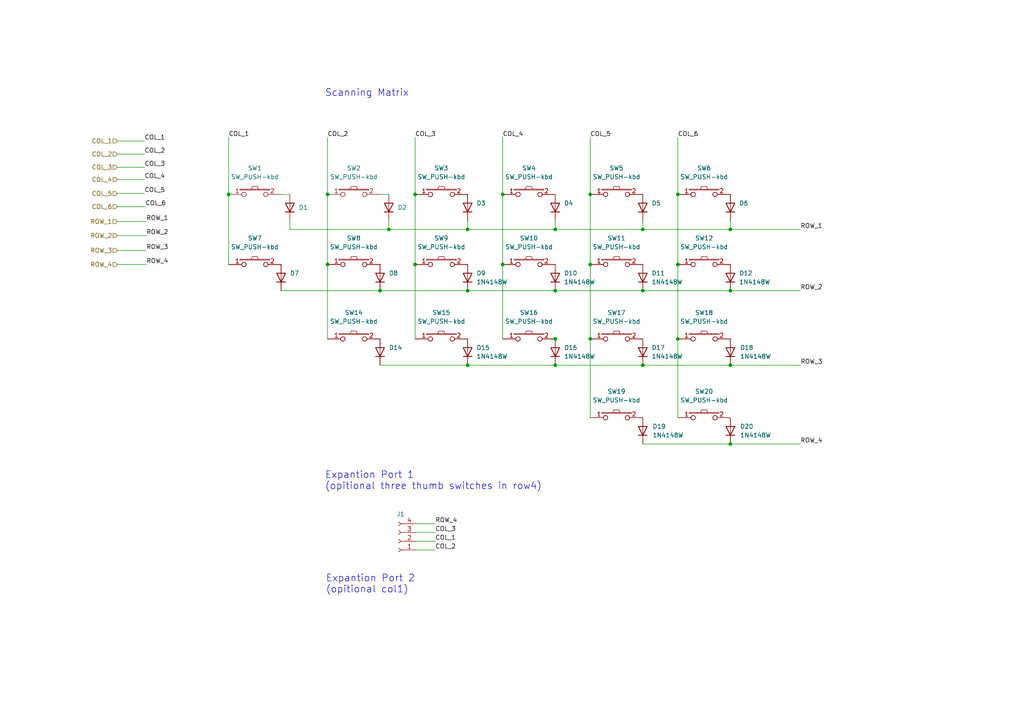
<source format=kicad_sch>
(kicad_sch (version 20211123) (generator eeschema)
  (paper "A4")
  (lib_symbols
    (symbol "Connector:Conn_01x04_Female" (pin_names (offset 1.016) hide)
      (property "Reference" "J" (at 0 5.08 0))
      (property "Value" "Conn_01x04_Female" (at 0 -7.62 0))
      (symbol "Conn_01x04_Female_1_1"
        (arc (start 0 -4.572) (mid -0.508 -5.08) (end 0 -5.588) (stroke (width 0.1524)))
        (arc (start 0 -2.032) (mid -0.508 -2.54) (end 0 -3.048) (stroke (width 0.1524)))
        (polyline (pts (xy -1.27 -5.08) (xy -0.508 -5.08)) (stroke (width 0.1524)))
        (polyline (pts (xy -1.27 -2.54) (xy -0.508 -2.54)) (stroke (width 0.1524)))
        (polyline (pts (xy -1.27 0) (xy -0.508 0)) (stroke (width 0.1524)))
        (polyline (pts (xy -1.27 2.54) (xy -0.508 2.54)) (stroke (width 0.1524)))
        (arc (start 0 0.508) (mid -0.508 0) (end 0 -0.508) (stroke (width 0.1524)))
        (arc (start 0 3.048) (mid -0.508 2.54) (end 0 2.032) (stroke (width 0.1524)))
        (pin passive line (at -5.08 2.54 0) (length 3.81) (name "Pin_1") (number "1"))
        (pin passive line (at -5.08 0 0) (length 3.81) (name "Pin_2") (number "2"))
        (pin passive line (at -5.08 -2.54 0) (length 3.81) (name "Pin_3") (number "3"))
        (pin passive line (at -5.08 -5.08 0) (length 3.81) (name "Pin_4") (number "4"))
      )
    )
    (symbol "mysymbol:1N4148W" (pin_numbers hide) (pin_names (offset 1.016) hide)
      (property "Reference" "D?" (at 2.54 1.2701 90))
      (symbol "1N4148W_0_1"
        (polyline (pts (xy -1.27 1.27) (xy -1.27 -1.27)) (stroke (width 0.254)))
        (polyline (pts (xy 1.27 0) (xy -1.27 0)))
        (polyline (pts (xy 1.27 1.27) (xy 1.27 -1.27) (xy -1.27 0) (xy 1.27 1.27)) (stroke (width 0.254)))
      )
      (symbol "1N4148W_1_1"
        (pin passive line (at -3.81 0 0) (length 2.54) (name "K") (number "1"))
        (pin passive line (at 3.81 0 180) (length 2.54) (name "A") (number "2"))
      )
    )
    (symbol "mysymbol:SW_PUSH-kbd" (pin_names (offset 1.016) hide)
      (property "Reference" "SW1" (at 3.81 2.794 0))
      (symbol "SW_PUSH-kbd_0_1"
        (rectangle (start -4.318 1.27) (end 4.318 1.524))
        (polyline (pts (xy -1.016 1.524) (xy -0.762 2.286) (xy 0.762 2.286) (xy 1.016 1.524)))
        (pin passive inverted (at -7.62 0 0) (length 5.08) (name "1") (number "1"))
        (pin passive inverted (at 7.62 0 180) (length 5.08) (name "2") (number "2"))
      )
    )
  )
  (junction (at 135.636 66.548))
  (junction (at 94.996 56.388))
  (junction (at 171.196 98.298))
  (junction (at 196.596 76.708))
  (junction (at 112.776 66.548))
  (junction (at 145.796 56.388))
  (junction (at 211.836 105.918))
  (junction (at 161.036 98.298))
  (junction (at 171.196 56.388))
  (junction (at 120.396 56.388))
  (junction (at 120.396 76.708))
  (junction (at 135.636 84.328))
  (junction (at 135.636 105.918))
  (junction (at 171.196 76.708))
  (junction (at 196.596 98.298))
  (junction (at 94.996 76.708))
  (junction (at 211.836 66.548))
  (junction (at 211.836 84.328))
  (junction (at 161.036 84.328))
  (junction (at 66.294 56.388))
  (junction (at 161.036 105.918))
  (junction (at 145.796 76.708))
  (junction (at 186.436 105.918))
  (junction (at 186.436 66.548))
  (junction (at 110.236 84.328))
  (junction (at 186.436 84.328))
  (junction (at 161.036 66.548))
  (junction (at 211.836 128.778))
  (junction (at 196.596 56.388))
  (wire (pts (xy 120.396 76.708) (xy 120.396 98.298)))
  (wire (pts (xy 145.796 76.708) (xy 145.796 98.298)))
  (wire (pts (xy 161.036 105.918) (xy 186.436 105.918)))
  (wire (pts (xy 81.534 84.328) (xy 110.236 84.328)))
  (wire (pts (xy 171.196 98.298) (xy 171.196 121.158)))
  (wire (pts (xy 135.636 84.328) (xy 161.036 84.328)))
  (wire (pts (xy 186.436 66.548) (xy 211.836 66.548)))
  (wire (pts (xy 94.996 56.388) (xy 94.996 76.708)))
  (wire (pts (xy 110.236 84.328) (xy 135.636 84.328)))
  (wire (pts (xy 186.436 128.778) (xy 211.836 128.778)))
  (wire (pts (xy 211.836 64.008) (xy 211.836 66.548)))
  (wire (pts (xy 211.836 66.548) (xy 232.156 66.548)))
  (wire (pts (xy 161.036 64.008) (xy 161.036 66.548)))
  (wire (pts (xy 161.036 84.328) (xy 186.436 84.328)))
  (wire (pts (xy 34.036 44.704) (xy 41.91 44.704)))
  (wire (pts (xy 34.036 68.326) (xy 42.418 68.326)))
  (wire (pts (xy 120.65 159.512) (xy 126.238 159.512)))
  (wire (pts (xy 34.036 64.262) (xy 42.418 64.262)))
  (wire (pts (xy 211.836 128.778) (xy 232.156 128.778)))
  (wire (pts (xy 211.836 105.918) (xy 232.156 105.918)))
  (wire (pts (xy 211.836 84.328) (xy 232.156 84.328)))
  (wire (pts (xy 94.996 39.878) (xy 94.996 56.388)))
  (wire (pts (xy 34.036 48.514) (xy 41.91 48.514)))
  (wire (pts (xy 120.396 56.388) (xy 120.396 76.708)))
  (wire (pts (xy 186.436 105.918) (xy 211.836 105.918)))
  (wire (pts (xy 161.036 66.548) (xy 186.436 66.548)))
  (wire (pts (xy 196.596 39.878) (xy 196.596 56.388)))
  (wire (pts (xy 110.236 56.388) (xy 112.776 56.388)))
  (wire (pts (xy 145.796 56.388) (xy 145.796 76.708)))
  (wire (pts (xy 196.596 56.388) (xy 196.596 76.708)))
  (wire (pts (xy 196.596 76.708) (xy 196.596 98.298)))
  (wire (pts (xy 135.636 105.918) (xy 161.036 105.918)))
  (wire (pts (xy 171.196 76.708) (xy 171.196 98.298)))
  (wire (pts (xy 110.236 105.918) (xy 135.636 105.918)))
  (wire (pts (xy 66.294 39.878) (xy 66.294 56.388)))
  (wire (pts (xy 84.074 64.008) (xy 84.074 66.548)))
  (wire (pts (xy 34.036 40.894) (xy 41.91 40.894)))
  (wire (pts (xy 120.65 151.892) (xy 126.238 151.892)))
  (wire (pts (xy 34.036 76.708) (xy 42.418 76.708)))
  (wire (pts (xy 81.534 56.388) (xy 84.074 56.388)))
  (wire (pts (xy 84.074 66.548) (xy 112.776 66.548)))
  (wire (pts (xy 34.036 56.134) (xy 41.91 56.134)))
  (wire (pts (xy 186.436 64.008) (xy 186.436 66.548)))
  (wire (pts (xy 159.766 98.298) (xy 161.036 98.298)))
  (wire (pts (xy 34.036 59.944) (xy 42.164 59.944)))
  (wire (pts (xy 34.036 52.07) (xy 41.91 52.07)))
  (wire (pts (xy 120.65 156.972) (xy 126.238 156.972)))
  (wire (pts (xy 94.996 76.708) (xy 94.996 98.298)))
  (wire (pts (xy 186.436 84.328) (xy 211.836 84.328)))
  (wire (pts (xy 112.776 64.008) (xy 112.776 66.548)))
  (wire (pts (xy 196.596 98.298) (xy 196.596 121.158)))
  (wire (pts (xy 145.796 39.878) (xy 145.796 56.388)))
  (wire (pts (xy 66.294 56.388) (xy 66.294 76.708)))
  (wire (pts (xy 112.776 66.548) (xy 135.636 66.548)))
  (wire (pts (xy 171.196 56.388) (xy 171.196 76.708)))
  (wire (pts (xy 34.036 72.644) (xy 42.418 72.644)))
  (wire (pts (xy 135.636 66.548) (xy 161.036 66.548)))
  (wire (pts (xy 120.65 154.432) (xy 126.238 154.432)))
  (wire (pts (xy 120.396 39.878) (xy 120.396 56.388)))
  (wire (pts (xy 171.196 39.878) (xy 171.196 56.388)))
  (wire (pts (xy 135.636 64.008) (xy 135.636 66.548)))
  (text "Scanning Matrix" (at 94.234 28.194 0) (effects (font (size 2 2)) (justify left bottom)))
  (text "Expantion Port 2\n(opitional col1)" (at 94.488 172.212 0) (effects (font (size 2 2)) (justify left bottom)))
  (text "Expantion Port 1\n(opitional three thumb switches in row4)" (at 94.234 142.24 0) (effects (font (size 2 2)) (justify left bottom)))
  (label "COL_2" (at 94.996 39.878 0))
  (label "COL_1" (at 126.238 156.972 0))
  (label "ROW_3" (at 42.418 72.644 0))
  (label "COL_2" (at 41.91 44.704 0))
  (label "COL_6" (at 196.596 39.878 0))
  (label "ROW_3" (at 232.156 105.918 0))
  (label "ROW_1" (at 42.418 64.262 0))
  (label "COL_5" (at 171.196 39.878 0))
  (label "ROW_4" (at 42.418 76.708 0))
  (label "COL_4" (at 145.796 39.878 0))
  (label "COL_3" (at 120.396 39.878 0))
  (label "ROW_2" (at 232.156 84.328 0))
  (label "COL_1" (at 41.91 40.894 0))
  (label "COL_4" (at 41.91 52.07 0))
  (label "COL_2" (at 126.238 159.512 0))
  (label "COL_6" (at 42.164 59.944 0))
  (label "ROW_4" (at 126.238 151.892 0))
  (label "COL_3" (at 126.238 154.432 0))
  (label "ROW_1" (at 232.156 66.548 0))
  (label "COL_3" (at 41.91 48.514 0))
  (label "ROW_4" (at 232.156 128.778 0))
  (label "COL_1" (at 66.294 39.878 0))
  (label "ROW_2" (at 42.418 68.326 0))
  (label "COL_5" (at 41.91 56.134 0))
  (hierarchical_label "COL_2" (shape input) (at 34.036 44.704 180))
  (hierarchical_label "ROW_3" (shape input) (at 34.036 72.644 180))
  (hierarchical_label "COL_5" (shape input) (at 34.036 56.134 180))
  (hierarchical_label "ROW_2" (shape input) (at 34.036 68.326 180))
  (hierarchical_label "COL_4" (shape input) (at 34.036 52.07 180))
  (hierarchical_label "COL_6" (shape input) (at 34.036 59.944 180))
  (hierarchical_label "COL_1" (shape input) (at 34.036 40.894 180))
  (hierarchical_label "ROW_4" (shape input) (at 34.036 76.708 180))
  (hierarchical_label "ROW_1" (shape input) (at 34.036 64.262 180))
  (hierarchical_label "COL_3" (shape input) (at 34.036 48.514 180))
  (symbol (lib_id "mysymbol:SW_PUSH-kbd") (at 204.216 76.708 0) (unit 1)
    (property "Reference" "SW12" (at 204.216 69.088 0))
    (property "Value" "SW_PUSH-kbd" (at 204.216 71.628 0))
    (property "Footprint" "mylib:Kailh_Choc_Hotplug" (effects hide))
  )
  (symbol (lib_id "mysymbol:1N4148W") (at 161.036 80.518 90) (unit 1)
    (property "Reference" "D10" (at 163.576 79.2479 90) (effects (justify right)))
    (property "Value" "1N4148W" (at 163.576 81.7879 90) (effects (justify right)))
    (property "Footprint" "mylib:Diode" (effects hide))
    (property "Datasheet" "https://www.vishay.com/docs/85748/1n4148w.pdf" (effects hide))
  )
  (symbol (lib_id "mysymbol:SW_PUSH-kbd") (at 128.016 56.388 0) (unit 1)
    (property "Reference" "SW3" (at 128.016 48.768 0))
    (property "Value" "SW_PUSH-kbd" (at 128.016 51.308 0))
    (property "Footprint" "mylib:Kailh_Choc_Hotplug" (effects hide))
  )
  (symbol (lib_id "mysymbol:SW_PUSH-kbd") (at 128.016 76.708 0) (unit 1)
    (property "Reference" "SW9" (at 128.016 69.088 0))
    (property "Value" "SW_PUSH-kbd" (at 128.016 71.628 0))
    (property "Footprint" "mylib:Kailh_Choc_Hotplug" (effects hide))
  )
  (symbol (lib_id "mysymbol:SW_PUSH-kbd") (at 204.216 98.298 0) (unit 1)
    (property "Reference" "SW18" (at 204.216 90.678 0))
    (property "Value" "SW_PUSH-kbd" (at 204.216 93.218 0))
    (property "Footprint" "mylib:Kailh_Choc_Hotplug" (effects hide))
  )
  (symbol (lib_id "mysymbol:1N4148W") (at 161.036 102.108 90) (unit 1)
    (property "Reference" "D16" (at 163.576 100.8379 90) (effects (justify right)))
    (property "Value" "1N4148W" (at 163.576 103.3779 90) (effects (justify right)))
    (property "Footprint" "mylib:Diode" (effects hide))
    (property "Datasheet" "https://www.vishay.com/docs/85748/1n4148w.pdf" (effects hide))
  )
  (symbol (lib_id "Connector:Conn_01x04_Female") (at 115.57 156.972 180) (unit 1) (in_bom no)
    (property "Reference" "J1" (at 116.205 149.098 0))
    (property "Value" "expantion1" (effects hide))
    (property "Footprint" "mylib:Magnetic-PogoPin-1x04-Female" (effects hide))
  )
  (symbol (lib_id "mysymbol:SW_PUSH-kbd") (at 204.216 121.158 0) (unit 1)
    (property "Reference" "SW20" (at 204.216 113.538 0))
    (property "Value" "SW_PUSH-kbd" (at 204.216 116.078 0))
    (property "Footprint" "mylib:Kailh_Choc_Hotplug" (effects hide))
  )
  (symbol (lib_id "mysymbol:1N4148W") (at 211.836 124.968 90) (unit 1)
    (property "Reference" "D20" (at 214.63 123.6979 90) (effects (justify right)))
    (property "Value" "1N4148W" (at 214.63 126.2379 90) (effects (justify right)))
    (property "Footprint" "mylib:Diode" (effects hide))
    (property "Datasheet" "https://www.vishay.com/docs/85748/1n4148w.pdf" (effects hide))
  )
  (symbol (lib_id "mysymbol:1N4148W") (at 84.074 60.198 90) (unit 1)
    (property "Reference" "D1" (at 86.614 60.1979 90) (effects (justify right)))
    (property "Value" "1N4148W" (effects hide))
    (property "Footprint" "mylib:Diode" (effects hide))
    (property "Datasheet" "https://www.vishay.com/docs/85748/1n4148w.pdf" (effects hide))
  )
  (symbol (lib_id "mysymbol:SW_PUSH-kbd") (at 153.416 76.708 0) (unit 1)
    (property "Reference" "SW10" (at 153.416 69.088 0))
    (property "Value" "SW_PUSH-kbd" (at 153.416 71.628 0))
    (property "Footprint" "mylib:Kailh_Choc_Hotplug" (effects hide))
  )
  (symbol (lib_id "mysymbol:SW_PUSH-kbd") (at 102.616 98.298 0) (unit 1)
    (property "Reference" "SW14" (at 102.616 90.678 0))
    (property "Value" "SW_PUSH-kbd" (at 102.616 93.218 0))
    (property "Footprint" "mylib:Kailh_Choc_Hotplug" (effects hide))
  )
  (symbol (lib_id "mysymbol:SW_PUSH-kbd") (at 178.816 56.388 0) (unit 1)
    (property "Reference" "SW5" (at 178.816 48.768 0))
    (property "Value" "SW_PUSH-kbd" (at 178.816 51.308 0))
    (property "Footprint" "mylib:Kailh_Choc_Hotplug" (effects hide))
  )
  (symbol (lib_id "mysymbol:1N4148W") (at 186.436 80.518 90) (unit 1)
    (property "Reference" "D11" (at 188.976 79.2479 90) (effects (justify right)))
    (property "Value" "1N4148W" (at 188.976 81.7879 90) (effects (justify right)))
    (property "Footprint" "mylib:Diode" (effects hide))
    (property "Datasheet" "https://www.vishay.com/docs/85748/1n4148w.pdf" (effects hide))
  )
  (symbol (lib_id "mysymbol:1N4148W") (at 135.636 102.108 90) (unit 1)
    (property "Reference" "D15" (at 138.176 100.8379 90) (effects (justify right)))
    (property "Value" "1N4148W" (at 138.176 103.3779 90) (effects (justify right)))
    (property "Footprint" "mylib:Diode" (effects hide))
    (property "Datasheet" "https://www.vishay.com/docs/85748/1n4148w.pdf" (effects hide))
  )
  (symbol (lib_id "mysymbol:1N4148W") (at 110.236 102.108 90) (unit 1)
    (property "Reference" "D14" (at 112.776 100.8379 90) (effects (justify right)))
    (property "Value" "1N4148W" (effects hide))
    (property "Footprint" "mylib:Diode" (effects hide))
    (property "Datasheet" "https://www.vishay.com/docs/85748/1n4148w.pdf" (effects hide))
  )
  (symbol (lib_id "mysymbol:1N4148W") (at 81.534 80.518 90) (unit 1)
    (property "Reference" "D7" (at 84.074 79.2479 90) (effects (justify right)))
    (property "Value" "1N4148W" (effects hide))
    (property "Footprint" "mylib:Diode" (effects hide))
    (property "Datasheet" "https://www.vishay.com/docs/85748/1n4148w.pdf" (effects hide))
  )
  (symbol (lib_id "mysymbol:1N4148W") (at 110.236 80.518 90) (unit 1)
    (property "Reference" "D8" (at 112.776 79.2479 90) (effects (justify right)))
    (property "Value" "1N4148W" (effects hide))
    (property "Footprint" "mylib:Diode" (effects hide))
    (property "Datasheet" "https://www.vishay.com/docs/85748/1n4148w.pdf" (effects hide))
  )
  (symbol (lib_id "mysymbol:SW_PUSH-kbd") (at 153.416 56.388 0) (unit 1)
    (property "Reference" "SW4" (at 153.416 48.768 0))
    (property "Value" "SW_PUSH-kbd" (at 153.416 51.308 0))
    (property "Footprint" "mylib:Kailh_Choc_Hotplug" (effects hide))
  )
  (symbol (lib_id "mysymbol:SW_PUSH-kbd") (at 204.216 56.388 0) (unit 1)
    (property "Reference" "SW6" (at 204.216 48.768 0))
    (property "Value" "SW_PUSH-kbd" (at 204.216 51.308 0))
    (property "Footprint" "mylib:Kailh_Choc_Hotplug" (effects hide))
  )
  (symbol (lib_id "mysymbol:1N4148W") (at 161.036 60.198 90) (unit 1)
    (property "Reference" "D4" (at 163.576 58.9279 90) (effects (justify right)))
    (property "Value" "1N4148W" (effects hide))
    (property "Footprint" "mylib:Diode" (effects hide))
    (property "Datasheet" "https://www.vishay.com/docs/85748/1n4148w.pdf" (effects hide))
  )
  (symbol (lib_id "mysymbol:1N4148W") (at 112.776 60.198 90) (unit 1)
    (property "Reference" "D2" (at 115.316 60.1979 90) (effects (justify right)))
    (property "Value" "1N4148W" (effects hide))
    (property "Footprint" "mylib:Diode" (effects hide))
    (property "Datasheet" "https://www.vishay.com/docs/85748/1n4148w.pdf" (effects hide))
  )
  (symbol (lib_id "mysymbol:1N4148W") (at 135.636 60.198 90) (unit 1)
    (property "Reference" "D3" (at 138.176 58.9279 90) (effects (justify right)))
    (property "Value" "1N4148W" (effects hide))
    (property "Footprint" "mylib:Diode" (effects hide))
    (property "Datasheet" "https://www.vishay.com/docs/85748/1n4148w.pdf" (effects hide))
  )
  (symbol (lib_id "mysymbol:SW_PUSH-kbd") (at 128.016 98.298 0) (unit 1)
    (property "Reference" "SW15" (at 128.016 90.678 0))
    (property "Value" "SW_PUSH-kbd" (at 128.016 93.218 0))
    (property "Footprint" "mylib:Kailh_Choc_Hotplug" (effects hide))
  )
  (symbol (lib_id "mysymbol:1N4148W") (at 186.436 102.108 90) (unit 1)
    (property "Reference" "D17" (at 188.976 100.8379 90) (effects (justify right)))
    (property "Value" "1N4148W" (at 188.976 103.3779 90) (effects (justify right)))
    (property "Footprint" "mylib:Diode" (effects hide))
    (property "Datasheet" "https://www.vishay.com/docs/85748/1n4148w.pdf" (effects hide))
  )
  (symbol (lib_id "mysymbol:SW_PUSH-kbd") (at 153.416 98.298 0) (unit 1)
    (property "Reference" "SW16" (at 153.416 90.678 0))
    (property "Value" "SW_PUSH-kbd" (at 153.416 93.218 0))
    (property "Footprint" "mylib:Kailh_Choc_Hotplug" (effects hide))
  )
  (symbol (lib_id "mysymbol:SW_PUSH-kbd") (at 102.616 56.388 0) (unit 1)
    (property "Reference" "SW2" (at 102.616 48.768 0))
    (property "Value" "SW_PUSH-kbd" (at 102.616 51.308 0))
    (property "Footprint" "mylib:Kailh_Choc_Hotplug" (effects hide))
  )
  (symbol (lib_id "mysymbol:SW_PUSH-kbd") (at 102.616 76.708 0) (unit 1)
    (property "Reference" "SW8" (at 102.616 69.088 0))
    (property "Value" "SW_PUSH-kbd" (at 102.616 71.628 0))
    (property "Footprint" "mylib:Kailh_Choc_Hotplug" (effects hide))
  )
  (symbol (lib_id "mysymbol:SW_PUSH-kbd") (at 178.816 76.708 0) (unit 1)
    (property "Reference" "SW11" (at 178.816 69.088 0))
    (property "Value" "SW_PUSH-kbd" (at 178.816 71.628 0))
    (property "Footprint" "mylib:Kailh_Choc_Hotplug" (effects hide))
  )
  (symbol (lib_id "mysymbol:1N4148W") (at 211.836 80.518 90) (unit 1)
    (property "Reference" "D12" (at 214.376 79.2479 90) (effects (justify right)))
    (property "Value" "1N4148W" (at 214.376 81.7879 90) (effects (justify right)))
    (property "Footprint" "mylib:Diode" (effects hide))
    (property "Datasheet" "https://www.vishay.com/docs/85748/1n4148w.pdf" (effects hide))
  )
  (symbol (lib_id "mysymbol:1N4148W") (at 135.636 80.518 90) (unit 1)
    (property "Reference" "D9" (at 138.176 79.2479 90) (effects (justify right)))
    (property "Value" "1N4148W" (at 138.176 81.7879 90) (effects (justify right)))
    (property "Footprint" "mylib:Diode" (effects hide))
    (property "Datasheet" "https://www.vishay.com/docs/85748/1n4148w.pdf" (effects hide))
  )
  (symbol (lib_id "mysymbol:SW_PUSH-kbd") (at 73.914 76.708 0) (unit 1)
    (property "Reference" "SW7" (at 73.914 69.088 0))
    (property "Value" "SW_PUSH-kbd" (at 73.914 71.628 0))
    (property "Footprint" "mylib:Kailh_Choc_Hotplug" (effects hide))
  )
  (symbol (lib_id "mysymbol:SW_PUSH-kbd") (at 73.914 56.388 0) (unit 1)
    (property "Reference" "SW1" (at 73.914 48.768 0))
    (property "Value" "SW_PUSH-kbd" (at 73.914 51.308 0))
    (property "Footprint" "mylib:Kailh_Choc_Hotplug" (effects hide))
  )
  (symbol (lib_id "mysymbol:1N4148W") (at 186.436 60.198 90) (unit 1)
    (property "Reference" "D5" (at 188.976 58.9279 90) (effects (justify right)))
    (property "Value" "1N4148W" (effects hide))
    (property "Footprint" "mylib:Diode" (effects hide))
    (property "Datasheet" "https://www.vishay.com/docs/85748/1n4148w.pdf" (effects hide))
  )
  (symbol (lib_id "mysymbol:SW_PUSH-kbd") (at 178.816 98.298 0) (unit 1)
    (property "Reference" "SW17" (at 178.816 90.678 0))
    (property "Value" "SW_PUSH-kbd" (at 178.816 93.218 0))
    (property "Footprint" "mylib:Kailh_Choc_Hotplug" (effects hide))
  )
  (symbol (lib_id "mysymbol:1N4148W") (at 211.836 102.108 90) (unit 1)
    (property "Reference" "D18" (at 214.63 100.8379 90) (effects (justify right)))
    (property "Value" "1N4148W" (at 214.63 103.3779 90) (effects (justify right)))
    (property "Footprint" "mylib:Diode" (effects hide))
    (property "Datasheet" "https://www.vishay.com/docs/85748/1n4148w.pdf" (effects hide))
  )
  (symbol (lib_id "mysymbol:SW_PUSH-kbd") (at 178.816 121.158 0) (unit 1)
    (property "Reference" "SW19" (at 178.816 113.538 0))
    (property "Value" "SW_PUSH-kbd" (at 178.816 116.078 0))
    (property "Footprint" "mylib:Kailh_Choc_Hotplug" (effects hide))
  )
  (symbol (lib_id "mysymbol:1N4148W") (at 211.836 60.198 90) (unit 1)
    (property "Reference" "D6" (at 214.376 58.9279 90) (effects (justify right)))
    (property "Value" "1N4148W" (effects hide))
    (property "Footprint" "mylib:Diode" (effects hide))
    (property "Datasheet" "https://www.vishay.com/docs/85748/1n4148w.pdf" (effects hide))
  )
  (symbol (lib_id "mysymbol:1N4148W") (at 186.436 124.968 90) (unit 1)
    (property "Reference" "D19" (at 189.23 123.6979 90) (effects (justify right)))
    (property "Value" "1N4148W" (at 189.23 126.2379 90) (effects (justify right)))
    (property "Footprint" "mylib:Diode" (effects hide))
    (property "Datasheet" "https://www.vishay.com/docs/85748/1n4148w.pdf" (effects hide))
  )
)
</source>
